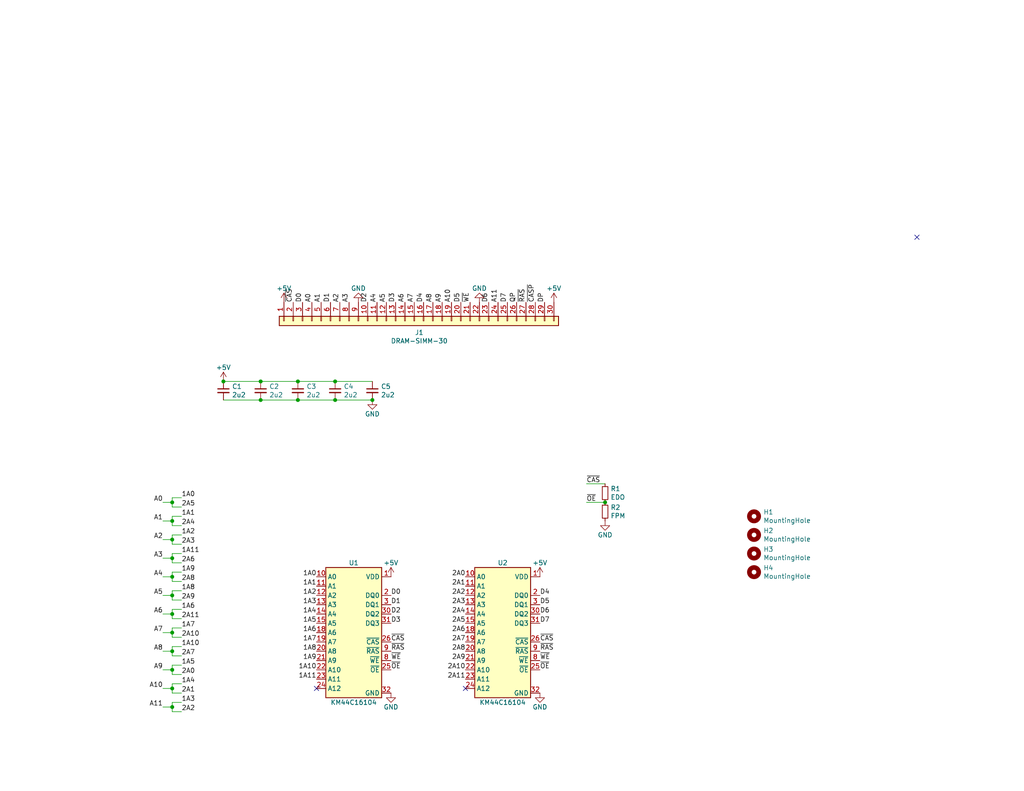
<source format=kicad_sch>
(kicad_sch (version 20230121) (generator eeschema)
  (paper "USLetter")
  (title_block (title "GW4192A") (date "2021-06-19") (rev "1.0") (company "Garrett's Workshop"))
  (lib_symbols
    (symbol "Connector_Generic:Conn_01x30" (pin_names (offset 1.016) hide)
      (property "Reference" "J" (at 0 38.1 0))
      (property "Value" "Conn_01x30" (at 0 -40.64 0))
      (symbol "Conn_01x30_1_1"
        (rectangle (start -1.27 -37.973) (end 0 -38.227) (stroke (width 0.1524)))
        (rectangle (start -1.27 -35.433) (end 0 -35.687) (stroke (width 0.1524)))
        (rectangle (start -1.27 -32.893) (end 0 -33.147) (stroke (width 0.1524)))
        (rectangle (start -1.27 -30.353) (end 0 -30.607) (stroke (width 0.1524)))
        (rectangle (start -1.27 -27.813) (end 0 -28.067) (stroke (width 0.1524)))
        (rectangle (start -1.27 -25.273) (end 0 -25.527) (stroke (width 0.1524)))
        (rectangle (start -1.27 -22.733) (end 0 -22.987) (stroke (width 0.1524)))
        (rectangle (start -1.27 -20.193) (end 0 -20.447) (stroke (width 0.1524)))
        (rectangle (start -1.27 -17.653) (end 0 -17.907) (stroke (width 0.1524)))
        (rectangle (start -1.27 -15.113) (end 0 -15.367) (stroke (width 0.1524)))
        (rectangle (start -1.27 -12.573) (end 0 -12.827) (stroke (width 0.1524)))
        (rectangle (start -1.27 -10.033) (end 0 -10.287) (stroke (width 0.1524)))
        (rectangle (start -1.27 -7.493) (end 0 -7.747) (stroke (width 0.1524)))
        (rectangle (start -1.27 -4.953) (end 0 -5.207) (stroke (width 0.1524)))
        (rectangle (start -1.27 -2.413) (end 0 -2.667) (stroke (width 0.1524)))
        (rectangle (start -1.27 0.127) (end 0 -0.127) (stroke (width 0.1524)))
        (rectangle (start -1.27 2.667) (end 0 2.413) (stroke (width 0.1524)))
        (rectangle (start -1.27 5.207) (end 0 4.953) (stroke (width 0.1524)))
        (rectangle (start -1.27 7.747) (end 0 7.493) (stroke (width 0.1524)))
        (rectangle (start -1.27 10.287) (end 0 10.033) (stroke (width 0.1524)))
        (rectangle (start -1.27 12.827) (end 0 12.573) (stroke (width 0.1524)))
        (rectangle (start -1.27 15.367) (end 0 15.113) (stroke (width 0.1524)))
        (rectangle (start -1.27 17.907) (end 0 17.653) (stroke (width 0.1524)))
        (rectangle (start -1.27 20.447) (end 0 20.193) (stroke (width 0.1524)))
        (rectangle (start -1.27 22.987) (end 0 22.733) (stroke (width 0.1524)))
        (rectangle (start -1.27 25.527) (end 0 25.273) (stroke (width 0.1524)))
        (rectangle (start -1.27 28.067) (end 0 27.813) (stroke (width 0.1524)))
        (rectangle (start -1.27 30.607) (end 0 30.353) (stroke (width 0.1524)))
        (rectangle (start -1.27 33.147) (end 0 32.893) (stroke (width 0.1524)))
        (rectangle (start -1.27 35.687) (end 0 35.433) (stroke (width 0.1524)))
        (rectangle (start -1.27 36.83) (end 1.27 -39.37) (stroke (width 0.254)) (fill (type background)))
        (pin passive line (at -5.08 35.56 0) (length 3.81) (name "Pin_1") (number "1"))
        (pin passive line (at -5.08 12.7 0) (length 3.81) (name "Pin_10") (number "10"))
        (pin passive line (at -5.08 10.16 0) (length 3.81) (name "Pin_11") (number "11"))
        (pin passive line (at -5.08 7.62 0) (length 3.81) (name "Pin_12") (number "12"))
        (pin passive line (at -5.08 5.08 0) (length 3.81) (name "Pin_13") (number "13"))
        (pin passive line (at -5.08 2.54 0) (length 3.81) (name "Pin_14") (number "14"))
        (pin passive line (at -5.08 0 0) (length 3.81) (name "Pin_15") (number "15"))
        (pin passive line (at -5.08 -2.54 0) (length 3.81) (name "Pin_16") (number "16"))
        (pin passive line (at -5.08 -5.08 0) (length 3.81) (name "Pin_17") (number "17"))
        (pin passive line (at -5.08 -7.62 0) (length 3.81) (name "Pin_18") (number "18"))
        (pin passive line (at -5.08 -10.16 0) (length 3.81) (name "Pin_19") (number "19"))
        (pin passive line (at -5.08 33.02 0) (length 3.81) (name "Pin_2") (number "2"))
        (pin passive line (at -5.08 -12.7 0) (length 3.81) (name "Pin_20") (number "20"))
        (pin passive line (at -5.08 -15.24 0) (length 3.81) (name "Pin_21") (number "21"))
        (pin passive line (at -5.08 -17.78 0) (length 3.81) (name "Pin_22") (number "22"))
        (pin passive line (at -5.08 -20.32 0) (length 3.81) (name "Pin_23") (number "23"))
        (pin passive line (at -5.08 -22.86 0) (length 3.81) (name "Pin_24") (number "24"))
        (pin passive line (at -5.08 -25.4 0) (length 3.81) (name "Pin_25") (number "25"))
        (pin passive line (at -5.08 -27.94 0) (length 3.81) (name "Pin_26") (number "26"))
        (pin passive line (at -5.08 -30.48 0) (length 3.81) (name "Pin_27") (number "27"))
        (pin passive line (at -5.08 -33.02 0) (length 3.81) (name "Pin_28") (number "28"))
        (pin passive line (at -5.08 -35.56 0) (length 3.81) (name "Pin_29") (number "29"))
        (pin passive line (at -5.08 30.48 0) (length 3.81) (name "Pin_3") (number "3"))
        (pin passive line (at -5.08 -38.1 0) (length 3.81) (name "Pin_30") (number "30"))
        (pin passive line (at -5.08 27.94 0) (length 3.81) (name "Pin_4") (number "4"))
        (pin passive line (at -5.08 25.4 0) (length 3.81) (name "Pin_5") (number "5"))
        (pin passive line (at -5.08 22.86 0) (length 3.81) (name "Pin_6") (number "6"))
        (pin passive line (at -5.08 20.32 0) (length 3.81) (name "Pin_7") (number "7"))
        (pin passive line (at -5.08 17.78 0) (length 3.81) (name "Pin_8") (number "8"))
        (pin passive line (at -5.08 15.24 0) (length 3.81) (name "Pin_9") (number "9"))
      )
    )
    (symbol "Device:C_Small" (pin_numbers hide) (pin_names (offset 0.254) hide)
      (property "Reference" "C" (at 0.254 1.778 0))
      (property "Value" "C_Small" (at 0.254 -2.032 0))
      (symbol "C_Small_0_1"
        (polyline (pts (xy -1.524 -0.508) (xy 1.524 -0.508)) (stroke (width 0.3302)))
        (polyline (pts (xy -1.524 0.508) (xy 1.524 0.508)) (stroke (width 0.3048)))
      )
      (symbol "C_Small_1_1"
        (pin passive line (at 0 2.54 270) (length 2.032) (name "~") (number "1"))
        (pin passive line (at 0 -2.54 90) (length 2.032) (name "~") (number "2"))
      )
    )
    (symbol "Device:R_Small" (pin_numbers hide) (pin_names (offset 0.254) hide)
      (property "Reference" "R" (at 0.762 0.508 0))
      (property "Value" "R_Small" (at 0.762 -1.016 0))
      (symbol "R_Small_0_1"
        (rectangle (start -0.762 1.778) (end 0.762 -1.778) (stroke (width 0.2032)))
      )
      (symbol "R_Small_1_1"
        (pin passive line (at 0 2.54 270) (length 0.762) (name "~") (number "1"))
        (pin passive line (at 0 -2.54 90) (length 0.762) (name "~") (number "2"))
      )
    )
    (symbol "GW_RAM:DRAM-16Mx4-SOP-32"
      (property "Reference" "U" (at 0 19.05 0))
      (property "Value" "DRAM-16Mx4-SOP-32" (at 0 0 90))
      (symbol "DRAM-16Mx4-SOP-32_0_1"
        (rectangle (start -7.62 17.78) (end 7.62 -17.78) (stroke (width 0.254)) (fill (type background)))
      )
      (symbol "DRAM-16Mx4-SOP-32_1_1"
        (pin power_in line (at 10.16 15.24 180) (length 2.54) (name "VDD") (number "1"))
        (pin input line (at -10.16 15.24 0) (length 2.54) (name "A0") (number "10"))
        (pin input line (at -10.16 12.7 0) (length 2.54) (name "A1") (number "11"))
        (pin input line (at -10.16 10.16 0) (length 2.54) (name "A2") (number "12"))
        (pin input line (at -10.16 7.62 0) (length 2.54) (name "A3") (number "13"))
        (pin input line (at -10.16 5.08 0) (length 2.54) (name "A4") (number "14"))
        (pin input line (at -10.16 2.54 0) (length 2.54) (name "A5") (number "15"))
        (pin power_in line (at 10.16 15.24 180) (length 2.54) hide (name "VDD") (number "16"))
        (pin power_in line (at 10.16 -16.51 180) (length 2.54) hide (name "GND") (number "17"))
        (pin input line (at -10.16 0 0) (length 2.54) (name "A6") (number "18"))
        (pin input line (at -10.16 -2.54 0) (length 2.54) (name "A7") (number "19"))
        (pin bidirectional line (at 10.16 10.16 180) (length 2.54) (name "DQ0") (number "2"))
        (pin input line (at -10.16 -5.08 0) (length 2.54) (name "A8") (number "20"))
        (pin input line (at -10.16 -7.62 0) (length 2.54) (name "A9") (number "21"))
        (pin input line (at -10.16 -10.16 0) (length 2.54) (name "A10") (number "22"))
        (pin input line (at -10.16 -12.7 0) (length 2.54) (name "A11") (number "23"))
        (pin input line (at -10.16 -15.24 0) (length 2.54) (name "A12") (number "24"))
        (pin input line (at 10.16 -10.16 180) (length 2.54) (name "~{OE}") (number "25"))
        (pin input line (at 10.16 -2.54 180) (length 2.54) (name "~{CAS}") (number "26"))
        (pin no_connect line (at 10.16 12.7 180) (length 2.54) hide (name "NC") (number "27"))
        (pin no_connect line (at 10.16 13.97 180) (length 2.54) hide (name "NC") (number "28"))
        (pin no_connect line (at 10.16 11.43 180) (length 2.54) hide (name "NC") (number "29"))
        (pin bidirectional line (at 10.16 7.62 180) (length 2.54) (name "DQ1") (number "3"))
        (pin bidirectional line (at 10.16 5.08 180) (length 2.54) (name "DQ2") (number "30"))
        (pin bidirectional line (at 10.16 2.54 180) (length 2.54) (name "DQ3") (number "31"))
        (pin power_in line (at 10.16 -16.51 180) (length 2.54) (name "GND") (number "32"))
        (pin no_connect line (at 10.16 -1.27 180) (length 2.54) hide (name "NC") (number "4"))
        (pin no_connect line (at 10.16 -13.97 180) (length 2.54) hide (name "NC") (number "5"))
        (pin no_connect line (at 10.16 -12.7 180) (length 2.54) hide (name "NC") (number "6"))
        (pin no_connect line (at 10.16 1.27 180) (length 2.54) hide (name "NC") (number "7"))
        (pin input line (at 10.16 -7.62 180) (length 2.54) (name "~{WE}") (number "8"))
        (pin input line (at 10.16 -5.08 180) (length 2.54) (name "~{RAS}") (number "9"))
      )
    )
    (symbol "Mechanical:MountingHole" (pin_names (offset 1.016))
      (property "Reference" "H" (at 0 5.08 0))
      (property "Value" "MountingHole" (at 0 3.175 0))
      (symbol "MountingHole_0_1"
        (circle (center 0 0) (radius 1.27) (stroke (width 1.27)))
      )
    )
    (symbol "power:+5V" (power) (pin_names (offset 0))
      (property "Value" "+5V" (at 0 3.556 0))
      (symbol "+5V_0_1"
        (polyline (pts (xy -0.762 1.27) (xy 0 2.54)))
        (polyline (pts (xy 0 0) (xy 0 2.54)))
        (polyline (pts (xy 0 2.54) (xy 0.762 1.27)))
      )
      (symbol "+5V_1_1"
        (pin power_in line (at 0 0 90) (length 0) hide (name "+5V") (number "1"))
      )
    )
    (symbol "power:GND" (power) (pin_names (offset 0))
      (property "Value" "GND" (at 0 -3.81 0))
      (symbol "GND_0_1"
        (polyline (pts (xy 0 0) (xy 0 -1.27) (xy 1.27 -1.27) (xy 0 -2.54) (xy -1.27 -1.27) (xy 0 -1.27)))
      )
      (symbol "GND_1_1"
        (pin power_in line (at 0 0 270) (length 0) hide (name "GND") (number "1"))
      )
    )
  )
  (junction (at 101.6 109.22))
  (junction (at 46.99 167.64))
  (junction (at 46.99 137.16))
  (junction (at 165.1 137.16))
  (junction (at 91.44 104.14))
  (junction (at 46.99 172.72))
  (junction (at 46.99 152.4))
  (junction (at 46.99 193.04))
  (junction (at 71.12 104.14))
  (junction (at 46.99 162.56))
  (junction (at 46.99 157.48))
  (junction (at 46.99 142.24))
  (junction (at 81.28 109.22))
  (junction (at 81.28 104.14))
  (junction (at 71.12 109.22))
  (junction (at 46.99 187.96))
  (junction (at 46.99 147.32))
  (junction (at 46.99 182.88))
  (junction (at 46.99 177.8))
  (junction (at 91.44 109.22))
  (junction (at 60.96 104.14))
  (no_connect (at 250.19 64.77))
  (no_connect (at 127 187.96))
  (no_connect (at 86.36 187.96))
  (wire (pts (xy 44.45 177.8) (xy 46.99 177.8)))
  (wire (pts (xy 46.99 191.77) (xy 49.53 191.77)))
  (wire (pts (xy 46.99 157.48) (xy 46.99 156.21)))
  (wire (pts (xy 46.99 189.23) (xy 49.53 189.23)))
  (wire (pts (xy 46.99 193.04) (xy 46.99 191.77)))
  (wire (pts (xy 46.99 137.16) (xy 46.99 138.43)))
  (wire (pts (xy 46.99 176.53) (xy 49.53 176.53)))
  (wire (pts (xy 81.28 109.22) (xy 91.44 109.22)))
  (wire (pts (xy 165.1 137.16) (xy 160.02 137.16)))
  (wire (pts (xy 46.99 135.89) (xy 49.53 135.89)))
  (wire (pts (xy 46.99 158.75) (xy 49.53 158.75)))
  (wire (pts (xy 46.99 138.43) (xy 49.53 138.43)))
  (wire (pts (xy 81.28 104.14) (xy 71.12 104.14)))
  (wire (pts (xy 46.99 187.96) (xy 46.99 186.69)))
  (wire (pts (xy 44.45 147.32) (xy 46.99 147.32)))
  (wire (pts (xy 46.99 179.07) (xy 49.53 179.07)))
  (wire (pts (xy 46.99 162.56) (xy 46.99 163.83)))
  (wire (pts (xy 46.99 166.37) (xy 49.53 166.37)))
  (wire (pts (xy 46.99 151.13) (xy 49.53 151.13)))
  (wire (pts (xy 46.99 172.72) (xy 46.99 173.99)))
  (wire (pts (xy 44.45 193.04) (xy 46.99 193.04)))
  (wire (pts (xy 46.99 167.64) (xy 46.99 168.91)))
  (wire (pts (xy 46.99 161.29) (xy 49.53 161.29)))
  (wire (pts (xy 46.99 168.91) (xy 49.53 168.91)))
  (wire (pts (xy 60.96 104.14) (xy 71.12 104.14)))
  (wire (pts (xy 46.99 142.24) (xy 46.99 140.97)))
  (wire (pts (xy 46.99 167.64) (xy 46.99 166.37)))
  (wire (pts (xy 46.99 142.24) (xy 46.99 143.51)))
  (wire (pts (xy 46.99 146.05) (xy 49.53 146.05)))
  (wire (pts (xy 46.99 162.56) (xy 46.99 161.29)))
  (wire (pts (xy 44.45 137.16) (xy 46.99 137.16)))
  (wire (pts (xy 71.12 109.22) (xy 60.96 109.22)))
  (wire (pts (xy 44.45 142.24) (xy 46.99 142.24)))
  (wire (pts (xy 71.12 109.22) (xy 81.28 109.22)))
  (wire (pts (xy 46.99 156.21) (xy 49.53 156.21)))
  (wire (pts (xy 46.99 177.8) (xy 46.99 179.07)))
  (wire (pts (xy 46.99 184.15) (xy 49.53 184.15)))
  (wire (pts (xy 46.99 173.99) (xy 49.53 173.99)))
  (wire (pts (xy 46.99 137.16) (xy 46.99 135.89)))
  (wire (pts (xy 91.44 104.14) (xy 81.28 104.14)))
  (wire (pts (xy 46.99 194.31) (xy 49.53 194.31)))
  (wire (pts (xy 160.02 132.08) (xy 165.1 132.08)))
  (wire (pts (xy 44.45 167.64) (xy 46.99 167.64)))
  (wire (pts (xy 46.99 143.51) (xy 49.53 143.51)))
  (wire (pts (xy 46.99 152.4) (xy 46.99 153.67)))
  (wire (pts (xy 46.99 182.88) (xy 46.99 184.15)))
  (wire (pts (xy 46.99 157.48) (xy 46.99 158.75)))
  (wire (pts (xy 46.99 163.83) (xy 49.53 163.83)))
  (wire (pts (xy 46.99 182.88) (xy 46.99 181.61)))
  (wire (pts (xy 46.99 147.32) (xy 46.99 148.59)))
  (wire (pts (xy 44.45 152.4) (xy 46.99 152.4)))
  (wire (pts (xy 44.45 172.72) (xy 46.99 172.72)))
  (wire (pts (xy 46.99 177.8) (xy 46.99 176.53)))
  (wire (pts (xy 46.99 193.04) (xy 46.99 194.31)))
  (wire (pts (xy 44.45 162.56) (xy 46.99 162.56)))
  (wire (pts (xy 46.99 140.97) (xy 49.53 140.97)))
  (wire (pts (xy 46.99 152.4) (xy 46.99 151.13)))
  (wire (pts (xy 46.99 186.69) (xy 49.53 186.69)))
  (wire (pts (xy 44.45 182.88) (xy 46.99 182.88)))
  (wire (pts (xy 46.99 181.61) (xy 49.53 181.61)))
  (wire (pts (xy 46.99 171.45) (xy 49.53 171.45)))
  (wire (pts (xy 44.45 187.96) (xy 46.99 187.96)))
  (wire (pts (xy 46.99 187.96) (xy 46.99 189.23)))
  (wire (pts (xy 44.45 157.48) (xy 46.99 157.48)))
  (wire (pts (xy 101.6 104.14) (xy 91.44 104.14)))
  (wire (pts (xy 46.99 148.59) (xy 49.53 148.59)))
  (wire (pts (xy 46.99 147.32) (xy 46.99 146.05)))
  (wire (pts (xy 46.99 153.67) (xy 49.53 153.67)))
  (wire (pts (xy 91.44 109.22) (xy 101.6 109.22)))
  (wire (pts (xy 46.99 172.72) (xy 46.99 171.45)))
  (label "A0" (at 85.09 82.55 90))
  (label "~{WE}" (at 147.32 180.34 0))
  (label "2A11" (at 49.53 168.91 0))
  (label "~{WE}" (at 128.27 82.55 90))
  (label "2A9" (at 127 180.34 180))
  (label "1A7" (at 49.53 171.45 0))
  (label "D1" (at 106.68 165.1 0))
  (label "2A7" (at 49.53 179.07 0))
  (label "~{WE}" (at 106.68 180.34 0))
  (label "2A3" (at 127 165.1 180))
  (label "1A6" (at 86.36 172.72 180))
  (label "D5" (at 125.73 82.55 90))
  (label "A5" (at 105.41 82.55 90))
  (label "2A8" (at 49.53 158.75 0))
  (label "~{CAS}" (at 147.32 175.26 0))
  (label "A6" (at 110.49 82.55 90))
  (label "2A8" (at 127 177.8 180))
  (label "D7" (at 147.32 170.18 0))
  (label "2A0" (at 127 157.48 180))
  (label "A7" (at 113.03 82.55 90))
  (label "~{RAS}" (at 143.51 82.55 90))
  (label "2A4" (at 127 167.64 180))
  (label "1A3" (at 49.53 191.77 0))
  (label "2A11" (at 127 185.42 180))
  (label "1A11" (at 86.36 185.42 180))
  (label "A9" (at 44.45 182.88 180))
  (label "1A7" (at 86.36 175.26 180))
  (label "2A4" (at 49.53 143.51 0))
  (label "D6" (at 133.35 82.55 90))
  (label "2A5" (at 49.53 138.43 0))
  (label "2A2" (at 49.53 194.31 0))
  (label "A1" (at 44.45 142.24 180))
  (label "2A10" (at 49.53 173.99 0))
  (label "D3" (at 106.68 170.18 0))
  (label "2A6" (at 127 172.72 180))
  (label "1A5" (at 86.36 170.18 180))
  (label "A3" (at 44.45 152.4 180))
  (label "D7" (at 138.43 82.55 90))
  (label "2A3" (at 49.53 148.59 0))
  (label "1A0" (at 49.53 135.89 0))
  (label "A4" (at 102.87 82.55 90))
  (label "1A9" (at 86.36 180.34 180))
  (label "D3" (at 107.95 82.55 90))
  (label "A8" (at 44.45 177.8 180))
  (label "1A0" (at 86.36 157.48 180))
  (label "1A9" (at 49.53 156.21 0))
  (label "A7" (at 44.45 172.72 180))
  (label "1A3" (at 86.36 165.1 180))
  (label "~{RAS}" (at 106.68 177.8 0))
  (label "D2" (at 106.68 167.64 0))
  (label "2A9" (at 49.53 163.83 0))
  (label "A2" (at 92.71 82.55 90))
  (label "~{CAS}" (at 106.68 175.26 0))
  (label "2A6" (at 49.53 153.67 0))
  (label "D0" (at 82.55 82.55 90))
  (label "A0" (at 44.45 137.16 180))
  (label "~{OE}" (at 106.68 182.88 0))
  (label "1A4" (at 49.53 186.69 0))
  (label "DP" (at 148.59 82.55 90))
  (label "D5" (at 147.32 165.1 0))
  (label "1A2" (at 86.36 162.56 180))
  (label "~{OE}" (at 160.02 137.16 0))
  (label "A11" (at 135.89 82.55 90))
  (label "1A11" (at 49.53 151.13 0))
  (label "1A5" (at 49.53 181.61 0))
  (label "D4" (at 147.32 162.56 0))
  (label "QP" (at 140.97 82.55 90))
  (label "2A10" (at 127 182.88 180))
  (label "2A1" (at 127 160.02 180))
  (label "D6" (at 147.32 167.64 0))
  (label "2A0" (at 49.53 184.15 0))
  (label "~{RAS}" (at 147.32 177.8 0))
  (label "2A1" (at 49.53 189.23 0))
  (label "2A2" (at 127 162.56 180))
  (label "1A1" (at 49.53 140.97 0))
  (label "1A6" (at 49.53 166.37 0))
  (label "1A10" (at 86.36 182.88 180))
  (label "D1" (at 90.17 82.55 90))
  (label "A6" (at 44.45 167.64 180))
  (label "A1" (at 87.63 82.55 90))
  (label "~{CAS}" (at 160.02 132.08 0))
  (label "A3" (at 95.25 82.55 90))
  (label "~{CASP}" (at 146.05 82.55 90))
  (label "1A8" (at 86.36 177.8 180))
  (label "1A10" (at 49.53 176.53 0))
  (label "D0" (at 106.68 162.56 0))
  (label "A10" (at 44.45 187.96 180))
  (label "1A8" (at 49.53 161.29 0))
  (label "1A4" (at 86.36 167.64 180))
  (label "~{CAS}" (at 80.01 82.55 90))
  (label "A5" (at 44.45 162.56 180))
  (label "A11" (at 44.45 193.04 180))
  (label "A8" (at 118.11 82.55 90))
  (label "D2" (at 100.33 82.55 90))
  (label "A9" (at 120.65 82.55 90))
  (label "D4" (at 115.57 82.55 90))
  (label "2A5" (at 127 170.18 180))
  (label "A4" (at 44.45 157.48 180))
  (label "A2" (at 44.45 147.32 180))
  (label "~{OE}" (at 147.32 182.88 0))
  (label "2A7" (at 127 175.26 180))
  (label "1A2" (at 49.53 146.05 0))
  (label "A10" (at 123.19 82.55 90))
  (label "1A1" (at 86.36 160.02 180))
  (symbol (lib_id "Connector_Generic:Conn_01x30") (at 113.03 87.63 90) (mirror x) (unit 1)
    (property "Reference" "J1" (at 114.4016 90.7796 90))
    (property "Value" "DRAM-SIMM-30" (at 114.4016 93.091 90))
    (property "Footprint" "stdpads:SIMM-30_Edge" (effects hide))
  )
  (symbol (lib_id "power:+5V") (at 151.13 82.55 0) (unit 1)
    (property "Reference" "#PWR0101" (effects hide))
    (property "Value" "+5V" (at 151.13 78.74 0))
  )
  (symbol (lib_id "power:+5V") (at 77.47 82.55 0) (unit 1)
    (property "Reference" "#PWR0102" (effects hide))
    (property "Value" "+5V" (at 77.47 78.74 0))
  )
  (symbol (lib_id "power:GND") (at 130.81 82.55 180) (unit 1)
    (property "Reference" "#PWR0103" (effects hide))
    (property "Value" "GND" (at 130.81 78.74 0))
  )
  (symbol (lib_id "power:GND") (at 97.79 82.55 180) (unit 1)
    (property "Reference" "#PWR0104" (effects hide))
    (property "Value" "GND" (at 97.79 78.74 0))
  )
  (symbol (lib_id "Device:C_Small") (at 60.96 106.68 0) (unit 1)
    (property "Reference" "C1" (at 63.2968 105.5116 0) (effects (justify left)))
    (property "Value" "2u2" (at 63.2968 107.823 0) (effects (justify left)))
    (property "Footprint" "stdpads:C_0805" (effects hide))
  )
  (symbol (lib_id "Device:C_Small") (at 71.12 106.68 0) (unit 1)
    (property "Reference" "C2" (at 73.4568 105.5116 0) (effects (justify left)))
    (property "Value" "2u2" (at 73.4568 107.823 0) (effects (justify left)))
    (property "Footprint" "stdpads:C_0805" (effects hide))
  )
  (symbol (lib_id "power:+5V") (at 60.96 104.14 0) (unit 1)
    (property "Reference" "#PWR0113" (effects hide))
    (property "Value" "+5V" (at 60.96 100.33 0))
  )
  (symbol (lib_id "Device:C_Small") (at 81.28 106.68 0) (unit 1)
    (property "Reference" "C3" (at 83.6168 105.5116 0) (effects (justify left)))
    (property "Value" "2u2" (at 83.6168 107.823 0) (effects (justify left)))
    (property "Footprint" "stdpads:C_0805" (effects hide))
  )
  (symbol (lib_id "Device:C_Small") (at 91.44 106.68 0) (unit 1)
    (property "Reference" "C4" (at 93.7768 105.5116 0) (effects (justify left)))
    (property "Value" "2u2" (at 93.7768 107.823 0) (effects (justify left)))
    (property "Footprint" "stdpads:C_0805" (effects hide))
  )
  (symbol (lib_id "power:+5V") (at 106.68 157.48 0) (unit 1)
    (property "Reference" "#PWR0106" (effects hide))
    (property "Value" "+5V" (at 106.68 153.67 0))
  )
  (symbol (lib_id "power:+5V") (at 147.32 157.48 0) (unit 1)
    (property "Reference" "#PWR0109" (effects hide))
    (property "Value" "+5V" (at 147.32 153.67 0))
  )
  (symbol (lib_id "power:GND") (at 101.6 109.22 0) (unit 1)
    (property "Reference" "#PWR0110" (effects hide))
    (property "Value" "GND" (at 101.6 113.03 0))
  )
  (symbol (lib_id "Device:C_Small") (at 101.6 106.68 0) (unit 1)
    (property "Reference" "C5" (at 103.9368 105.5116 0) (effects (justify left)))
    (property "Value" "2u2" (at 103.9368 107.823 0) (effects (justify left)))
    (property "Footprint" "stdpads:C_0805" (effects hide))
  )
  (symbol (lib_id "GW_RAM:DRAM-16Mx4-SOP-32") (at 96.52 172.72 0) (unit 1)
    (property "Reference" "U1" (at 96.52 153.67 0))
    (property "Value" "KM44C16104" (at 96.52 191.77 0))
    (property "Footprint" "stdpads:SOP-32_400mil" (effects hide))
  )
  (symbol (lib_id "GW_RAM:DRAM-16Mx4-SOP-32") (at 137.16 172.72 0) (unit 1)
    (property "Reference" "U2" (at 137.16 153.67 0))
    (property "Value" "KM44C16104" (at 137.16 191.77 0))
    (property "Footprint" "stdpads:SOP-32_400mil" (effects hide))
  )
  (symbol (lib_id "power:GND") (at 147.32 189.23 0) (unit 1)
    (property "Reference" "#PWR0105" (effects hide))
    (property "Value" "GND" (at 147.32 193.04 0))
  )
  (symbol (lib_id "power:GND") (at 106.68 189.23 0) (unit 1)
    (property "Reference" "#PWR0107" (effects hide))
    (property "Value" "GND" (at 106.68 193.04 0))
  )
  (symbol (lib_id "Device:R_Small") (at 165.1 134.62 0) (unit 1)
    (property "Reference" "R1" (at 166.5986 133.4516 0) (effects (justify left)))
    (property "Value" "EDO" (at 166.5986 135.763 0) (effects (justify left)))
    (property "Footprint" "stdpads:R_0805" (effects hide))
  )
  (symbol (lib_id "Device:R_Small") (at 165.1 139.7 0) (unit 1)
    (property "Reference" "R2" (at 166.5986 138.5316 0) (effects (justify left)))
    (property "Value" "FPM" (at 166.5986 140.843 0) (effects (justify left)))
    (property "Footprint" "stdpads:R_0805" (effects hide))
  )
  (symbol (lib_id "power:GND") (at 165.1 142.24 0) (unit 1)
    (property "Reference" "#PWR0108" (effects hide))
    (property "Value" "GND" (at 165.1 146.05 0))
  )
  (symbol (lib_id "Mechanical:MountingHole") (at 205.74 140.97 0) (unit 1)
    (property "Reference" "H1" (at 208.28 139.8016 0) (effects (justify left)))
    (property "Value" "MountingHole" (at 208.28 142.113 0) (effects (justify left)))
    (property "Footprint" "stdpads:PasteHole_1.152mm_NPTH" (effects hide))
  )
  (symbol (lib_id "Mechanical:MountingHole") (at 205.74 146.05 0) (unit 1)
    (property "Reference" "H2" (at 208.28 144.8816 0) (effects (justify left)))
    (property "Value" "MountingHole" (at 208.28 147.193 0) (effects (justify left)))
    (property "Footprint" "stdpads:PasteHole_1.152mm_NPTH" (effects hide))
  )
  (symbol (lib_id "Mechanical:MountingHole") (at 205.74 151.13 0) (unit 1)
    (property "Reference" "H3" (at 208.28 149.9616 0) (effects (justify left)))
    (property "Value" "MountingHole" (at 208.28 152.273 0) (effects (justify left)))
    (property "Footprint" "stdpads:PasteHole_1.152mm_NPTH" (effects hide))
  )
  (symbol (lib_id "Mechanical:MountingHole") (at 205.74 156.21 0) (unit 1)
    (property "Reference" "H4" (at 208.28 155.0416 0) (effects (justify left)))
    (property "Value" "MountingHole" (at 208.28 157.353 0) (effects (justify left)))
    (property "Footprint" "stdpads:PasteHole_1.152mm_NPTH" (effects hide))
  )
)
</source>
